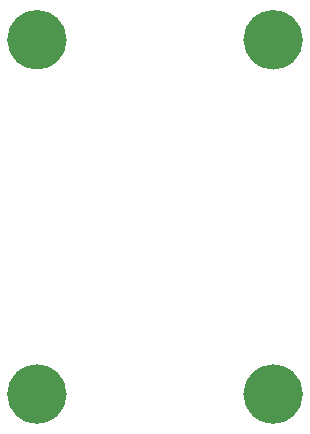
<source format=gbs>
%TF.GenerationSoftware,KiCad,Pcbnew,8.0.8*%
%TF.CreationDate,2025-01-29T17:02:43+00:00*%
%TF.ProjectId,ec30_2x3_l_mh_0.1,65633330-5f32-4783-935f-6c5f6d685f30,v0.1*%
%TF.SameCoordinates,PX8d24d00PY36d6160*%
%TF.FileFunction,Soldermask,Bot*%
%TF.FilePolarity,Negative*%
%FSLAX46Y46*%
G04 Gerber Fmt 4.6, Leading zero omitted, Abs format (unit mm)*
G04 Created by KiCad (PCBNEW 8.0.8) date 2025-01-29 17:02:43*
%MOMM*%
%LPD*%
G01*
G04 APERTURE LIST*
%ADD10C,2.500000*%
G04 APERTURE END LIST*
%TO.C,MH3*%
D10*
X-8750000Y-15000000D02*
G75*
G02*
X-11250000Y-15000000I-1250000J0D01*
G01*
X-11250000Y-15000000D02*
G75*
G02*
X-8750000Y-15000000I1250000J0D01*
G01*
%TO.C,MH4*%
X11250000Y-14999999D02*
G75*
G02*
X8750000Y-14999999I-1250000J0D01*
G01*
X8750000Y-14999999D02*
G75*
G02*
X11250000Y-14999999I1250000J0D01*
G01*
%TO.C,MH2*%
X11250000Y15000000D02*
G75*
G02*
X8750000Y15000000I-1250000J0D01*
G01*
X8750000Y15000000D02*
G75*
G02*
X11250000Y15000000I1250000J0D01*
G01*
%TO.C,MH1*%
X-8750000Y15000000D02*
G75*
G02*
X-11250000Y15000000I-1250000J0D01*
G01*
X-11250000Y15000000D02*
G75*
G02*
X-8750000Y15000000I1250000J0D01*
G01*
%TD*%
M02*

</source>
